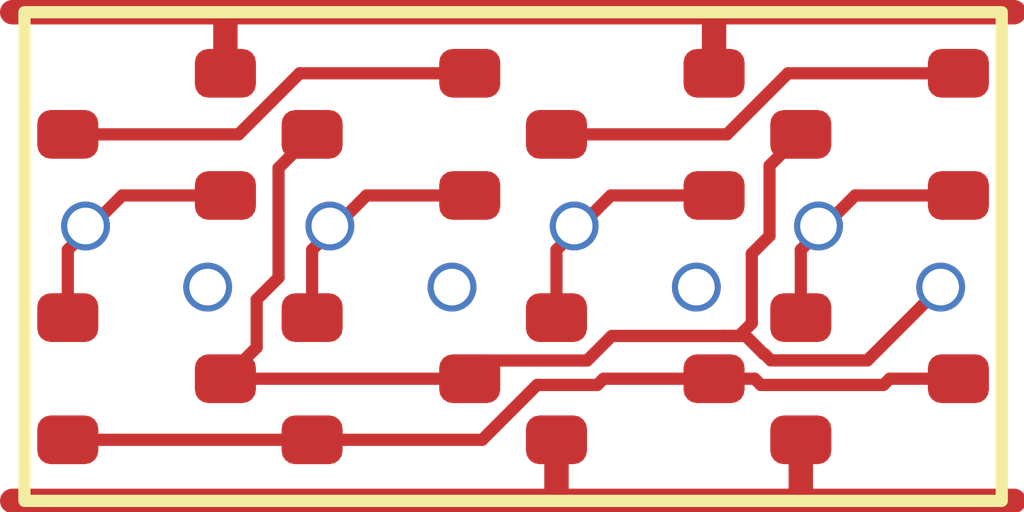
<source format=kicad_pcb>
(kicad_pcb (version 20241229) (generator "pcbnew") (generator_version "9.0")
  (layers (0 "F.Cu" signal) (2 "B.Cu" signal) (13 "F.Paste" user) (15 "B.Paste" user) (5 "F.SilkS" user "F.Silkscreen") (7 "B.SilkS" user "B.Silkscreen") (1 "F.Mask" user) (3 "B.Mask" user) (25 "Edge.Cuts" user))
  (net 0 "")
  (net 1 "intA")
  (net 2 "GND")
  (net 3 "A1")
  (net 4 "A2")
  (net 5 "Y")
  (net 6 "B1")
  (net 7 "intB")
  (net 8 "B2")
  (net 9 "intP")
  (net 10 "VDD")
  (footprint "RV523:SOT523" (layer "F.Cu") (at 1 3)
    (property "Reference" "P1" (hide yes))
    (property "Value" "" (hide yes))
    (pad "1" smd roundrect (at -0.645 -0.5 180) (size 0.5 0.399) (layers "F.Cu" "F.Mask" "F.Paste") (roundrect_rratio 0.275) (net 3 "A1"))
    (pad "2" smd roundrect (at -0.645 0.5 180) (size 0.5 0.399) (layers "F.Cu" "F.Mask" "F.Paste") (roundrect_rratio 0.275) (net 9 "intP"))
    (pad "3" smd roundrect (at 0.645 0 180) (size 0.5 0.399) (layers "F.Cu" "F.Mask" "F.Paste") (roundrect_rratio 0.275) (net 5 "Y"))
  )
  (footprint "RV523:SOT523" (layer "F.Cu") (at 3 3)
    (property "Reference" "P2" (hide yes))
    (property "Value" "" (hide yes))
    (pad "1" smd roundrect (at -0.645 -0.5 180) (size 0.5 0.399) (layers "F.Cu" "F.Mask" "F.Paste") (roundrect_rratio 0.275) (net 4 "A2"))
    (pad "2" smd roundrect (at -0.645 0.5 180) (size 0.5 0.399) (layers "F.Cu" "F.Mask" "F.Paste") (roundrect_rratio 0.275) (net 9 "intP"))
    (pad "3" smd roundrect (at 0.645 0 180) (size 0.5 0.399) (layers "F.Cu" "F.Mask" "F.Paste") (roundrect_rratio 0.275) (net 5 "Y"))
  )
  (footprint "RV523:SOT523" (layer "F.Cu") (at 7 3)
    (property "Reference" "P4" (hide yes))
    (property "Value" "" (hide yes))
    (pad "1" smd roundrect (at -0.645 -0.5 180) (size 0.5 0.399) (layers "F.Cu" "F.Mask" "F.Paste") (roundrect_rratio 0.275) (net 8 "B2"))
    (pad "2" smd roundrect (at -0.645 0.5 180) (size 0.5 0.399) (layers "F.Cu" "F.Mask" "F.Paste") (roundrect_rratio 0.275) (net 10 "VDD"))
    (pad "3" smd roundrect (at 0.645 0 180) (size 0.5 0.399) (layers "F.Cu" "F.Mask" "F.Paste") (roundrect_rratio 0.275) (net 9 "intP"))
  )
  (footprint "RV523:SOT523" (layer "F.Cu") (at 7 1 180)
    (property "Reference" "N4" (hide yes))
    (property "Value" "" (hide yes))
    (pad "1" smd roundrect (at -0.645 -0.5) (size 0.5 0.399) (layers "F.Cu" "F.Mask" "F.Paste") (roundrect_rratio 0.275) (net 8 "B2"))
    (pad "2" smd roundrect (at -0.645 0.5) (size 0.5 0.399) (layers "F.Cu" "F.Mask" "F.Paste") (roundrect_rratio 0.275) (net 7 "intB"))
    (pad "3" smd roundrect (at 0.645 0) (size 0.5 0.399) (layers "F.Cu" "F.Mask" "F.Paste") (roundrect_rratio 0.275) (net 5 "Y"))
  )
  (footprint "RV523:SOT523" (layer "F.Cu") (at 3 1 180)
    (property "Reference" "N2" (hide yes))
    (property "Value" "" (hide yes))
    (pad "1" smd roundrect (at -0.645 -0.5) (size 0.5 0.399) (layers "F.Cu" "F.Mask" "F.Paste") (roundrect_rratio 0.275) (net 4 "A2"))
    (pad "2" smd roundrect (at -0.645 0.5) (size 0.5 0.399) (layers "F.Cu" "F.Mask" "F.Paste") (roundrect_rratio 0.275) (net 1 "intA"))
    (pad "3" smd roundrect (at 0.645 0) (size 0.5 0.399) (layers "F.Cu" "F.Mask" "F.Paste") (roundrect_rratio 0.275) (net 5 "Y"))
  )
  (footprint "RV523:SOT523" (layer "F.Cu") (at 1 1 180)
    (property "Reference" "N1" (hide yes))
    (property "Value" "" (hide yes))
    (pad "1" smd roundrect (at -0.645 -0.5) (size 0.5 0.399) (layers "F.Cu" "F.Mask" "F.Paste") (roundrect_rratio 0.275) (net 3 "A1"))
    (pad "2" smd roundrect (at -0.645 0.5) (size 0.5 0.399) (layers "F.Cu" "F.Mask" "F.Paste") (roundrect_rratio 0.275) (net 2 "GND"))
    (pad "3" smd roundrect (at 0.645 0) (size 0.5 0.399) (layers "F.Cu" "F.Mask" "F.Paste") (roundrect_rratio 0.275) (net 1 "intA"))
  )
  (footprint "RV523:SOT523" (layer "F.Cu") (at 5 1 180)
    (property "Reference" "N3" (hide yes))
    (property "Value" "" (hide yes))
    (pad "1" smd roundrect (at -0.645 -0.5) (size 0.5 0.399) (layers "F.Cu" "F.Mask" "F.Paste") (roundrect_rratio 0.275) (net 6 "B1"))
    (pad "2" smd roundrect (at -0.645 0.5) (size 0.5 0.399) (layers "F.Cu" "F.Mask" "F.Paste") (roundrect_rratio 0.275) (net 2 "GND"))
    (pad "3" smd roundrect (at 0.645 0) (size 0.5 0.399) (layers "F.Cu" "F.Mask" "F.Paste") (roundrect_rratio 0.275) (net 7 "intB"))
  )
  (footprint "RV523:SOT523" (layer "F.Cu") (at 5 3)
    (property "Reference" "P3" (hide yes))
    (property "Value" "" (hide yes))
    (pad "1" smd roundrect (at -0.645 -0.5 180) (size 0.5 0.399) (layers "F.Cu" "F.Mask" "F.Paste") (roundrect_rratio 0.275) (net 6 "B1"))
    (pad "2" smd roundrect (at -0.645 0.5 180) (size 0.5 0.399) (layers "F.Cu" "F.Mask" "F.Paste") (roundrect_rratio 0.275) (net 10 "VDD"))
    (pad "3" smd roundrect (at 0.645 0 180) (size 0.5 0.399) (layers "F.Cu" "F.Mask" "F.Paste") (roundrect_rratio 0.275) (net 9 "intP"))
  )
  (gr_rect (start 0 0) (end 8 4) (stroke (width 0.1)) (fill no) (layer "F.SilkS"))
  (via (at 3.5 2.25) (size 0.4) (drill 0.3) (layers "F.Cu" "B.Cu") (net 0))
  (via (at 1.5 2.25) (size 0.4) (drill 0.3) (layers "F.Cu" "B.Cu") (net 0))
  (via (at 5.5 2.25) (size 0.4) (drill 0.3) (layers "F.Cu" "B.Cu") (net 0))
  (segment (start 2.252842 0.5) (end 3.645 0.5) (width 0.1) (layer "F.Cu") (net 1))
  (segment (start 1.752842 1) (end 2.252842 0.5) (width 0.1) (layer "F.Cu") (net 1))
  (segment (start 0.355 1) (end 1.752842 1) (width 0.1) (layer "F.Cu") (net 1))
  (segment (start 5.62 0) (end 8.1 0) (width 0.2) (layer "F.Cu") (net 2))
  (segment (start 1.645 0.5) (end 1.645 0.005) (width 0.2) (layer "F.Cu") (net 2))
  (segment (start 5.645 0.5) (end 5.645 0.025) (width 0.2) (layer "F.Cu") (net 2))
  (segment (start 1.645 0.005) (end 1.64 0) (width 0.2) (layer "F.Cu") (net 2))
  (segment (start 5.645 0.025) (end 5.62 0) (width 0.2) (layer "F.Cu") (net 2))
  (segment (start -0.1 0) (end 1.64 0) (width 0.2) (layer "F.Cu") (net 2))
  (segment (start 1.64 0) (end 5.62 0) (width 0.2) (layer "F.Cu") (net 2))
  (segment (start 1.645 1.5) (end 0.8 1.5) (width 0.1) (layer "F.Cu") (net 3))
  (segment (start 0.355 1.945) (end 0.8 1.5) (width 0.1) (layer "F.Cu") (net 3))
  (segment (start 0.355 2.5) (end 0.355 1.945) (width 0.1) (layer "F.Cu") (net 3))
  (via (at 0.5 1.75) (size 0.4) (drill 0.3) (layers "F.Cu" "B.Cu") (net 3))
  (segment (start 2.355 2.5) (end 2.355 1.945) (width 0.1) (layer "F.Cu") (net 4))
  (segment (start 2.355 1.945) (end 2.8 1.5) (width 0.1) (layer "F.Cu") (net 4))
  (segment (start 3.645 1.5) (end 2.8 1.5) (width 0.1) (layer "F.Cu") (net 4))
  (via (at 2.5 1.75) (size 0.4) (drill 0.3) (layers "F.Cu" "B.Cu") (net 4))
  (segment (start 5.954 1.976) (end 6.099 1.831) (width 0.1) (layer "F.Cu") (net 5))
  (segment (start 6.099 1.831) (end 6.099 1.256) (width 0.1) (layer "F.Cu") (net 5))
  (segment (start 5.85 2.65) (end 5.954 2.546) (width 0.1) (layer "F.Cu") (net 5))
  (segment (start 4.807158 2.65) (end 5.72 2.65) (width 0.1) (layer "F.Cu") (net 5))
  (segment (start 6.109912 2.85) (end 6.058911 2.799) (width 0.1) (layer "F.Cu") (net 5))
  (segment (start 1.901 2.351842) (end 1.901 2.744) (width 0.1) (layer "F.Cu") (net 5))
  (segment (start 6.9 2.85) (end 6.109912 2.85) (width 0.1) (layer "F.Cu") (net 5))
  (segment (start 6.058911 2.799) (end 6.053256 2.799) (width 0.1) (layer "F.Cu") (net 5))
  (segment (start 5.954 2.546) (end 5.954 1.976) (width 0.1) (layer "F.Cu") (net 5))
  (segment (start 4.606158 2.851) (end 4.807158 2.65) (width 0.1) (layer "F.Cu") (net 5))
  (segment (start 3.794 2.851) (end 4.606158 2.851) (width 0.1) (layer "F.Cu") (net 5))
  (segment (start 2.08 1.275) (end 2.08 2.172842) (width 0.1) (layer "F.Cu") (net 5))
  (segment (start 5.904256 2.65) (end 5.72 2.65) (width 0.1) (layer "F.Cu") (net 5))
  (segment (start 5.72 2.65) (end 5.85 2.65) (width 0.1) (layer "F.Cu") (net 5))
  (segment (start 7.5 2.25) (end 6.9 2.85) (width 0.1) (layer "F.Cu") (net 5))
  (segment (start 6.099 1.256) (end 6.355 1) (width 0.1) (layer "F.Cu") (net 5))
  (segment (start 2.355 1) (end 2.08 1.275) (width 0.1) (layer "F.Cu") (net 5))
  (segment (start 1.901 2.744) (end 1.645 3) (width 0.1) (layer "F.Cu") (net 5))
  (segment (start 1.645 3) (end 3.645 3) (width 0.1) (layer "F.Cu") (net 5))
  (segment (start 6.053256 2.799) (end 5.904256 2.65) (width 0.1) (layer "F.Cu") (net 5))
  (segment (start 3.645 3) (end 3.794 2.851) (width 0.1) (layer "F.Cu") (net 5))
  (segment (start 2.08 2.172842) (end 1.901 2.351842) (width 0.1) (layer "F.Cu") (net 5))
  (via (at 7.5 2.25) (size 0.4) (drill 0.3) (layers "F.Cu" "B.Cu") (net 5))
  (segment (start 4.355 2.5) (end 4.355 1.945) (width 0.1) (layer "F.Cu") (net 6))
  (segment (start 4.355 1.945) (end 4.8 1.5) (width 0.1) (layer "F.Cu") (net 6))
  (segment (start 5.645 1.5) (end 4.8 1.5) (width 0.1) (layer "F.Cu") (net 6))
  (via (at 4.5 1.75) (size 0.4) (drill 0.3) (layers "F.Cu" "B.Cu") (net 6))
  (segment (start 5.75 1) (end 6.25 0.5) (width 0.1) (layer "F.Cu") (net 7))
  (segment (start 4.355 1) (end 5.75 1) (width 0.1) (layer "F.Cu") (net 7))
  (segment (start 6.25 0.5) (end 7.645 0.5) (width 0.1) (layer "F.Cu") (net 7))
  (segment (start 6.355 2.5) (end 6.355 1.945) (width 0.1) (layer "F.Cu") (net 8))
  (segment (start 7.645 1.5) (end 6.8 1.5) (width 0.1) (layer "F.Cu") (net 8))
  (segment (start 6.355 1.945) (end 6.8 1.5) (width 0.1) (layer "F.Cu") (net 8))
  (via (at 6.5 1.75) (size 0.4) (drill 0.3) (layers "F.Cu" "B.Cu") (net 8))
  (segment (start 5.977069 3) (end 6.028069 3.051) (width 0.1) (layer "F.Cu") (net 9))
  (segment (start 4.196158 3.051) (end 4.689 3.051) (width 0.1) (layer "F.Cu") (net 9))
  (segment (start 7.082843 3) (end 7.645 3) (width 0.1) (layer "F.Cu") (net 9))
  (segment (start 4.740001 3) (end 5.645 3) (width 0.1) (layer "F.Cu") (net 9))
  (segment (start 2.355 3.5) (end 3.747158 3.5) (width 0.1) (layer "F.Cu") (net 9))
  (segment (start 0.355 3.5) (end 2.355 3.5) (width 0.1) (layer "F.Cu") (net 9))
  (segment (start 7.031843 3.051) (end 7.082843 3) (width 0.1) (layer "F.Cu") (net 9))
  (segment (start 5.645 3) (end 5.977069 3) (width 0.1) (layer "F.Cu") (net 9))
  (segment (start 4.689 3.051) (end 4.740001 3) (width 0.1) (layer "F.Cu") (net 9))
  (segment (start 3.747158 3.5) (end 4.196158 3.051) (width 0.1) (layer "F.Cu") (net 9))
  (segment (start 6.028069 3.051) (end 7.031843 3.051) (width 0.1) (layer "F.Cu") (net 9))
  (segment (start 6.3 4) (end 8.1 4) (width 0.2) (layer "F.Cu") (net 10))
  (segment (start 6.355 3.945) (end 6.3 4) (width 0.2) (layer "F.Cu") (net 10))
  (segment (start 4.355 3.5) (end 4.355 3.995) (width 0.2) (layer "F.Cu") (net 10))
  (segment (start 4.355 3.995) (end 4.35 4) (width 0.2) (layer "F.Cu") (net 10))
  (segment (start 6.355 3.5) (end 6.355 3.945) (width 0.2) (layer "F.Cu") (net 10))
  (segment (start 4.35 4) (end 6.3 4) (width 0.2) (layer "F.Cu") (net 10))
  (segment (start -0.1 4) (end 4.35 4) (width 0.2) (layer "F.Cu") (net 10))
)
</source>
